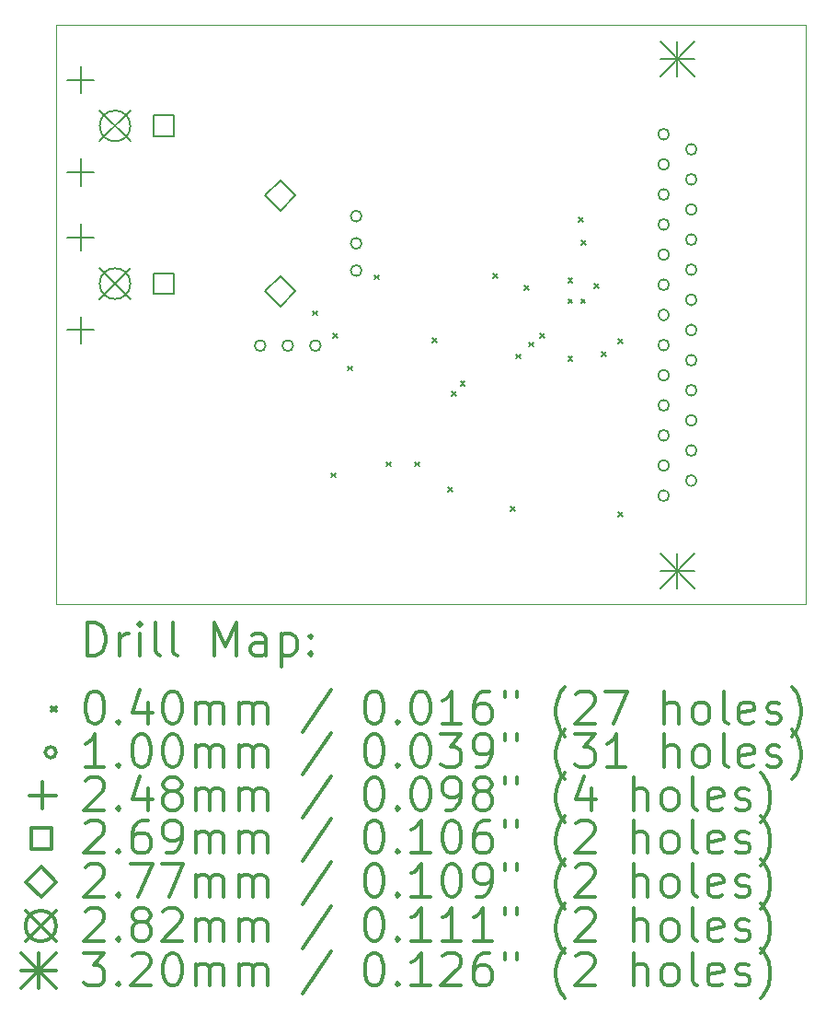
<source format=gbr>
%FSLAX45Y45*%
G04 Gerber Fmt 4.5, Leading zero omitted, Abs format (unit mm)*
G04 Created by KiCad (PCBNEW (5.1.6)-1) date 2022-10-11 10:20:56*
%MOMM*%
%LPD*%
G01*
G04 APERTURE LIST*
%TA.AperFunction,Profile*%
%ADD10C,0.050000*%
%TD*%
%ADD11C,0.200000*%
%ADD12C,0.300000*%
G04 APERTURE END LIST*
D10*
X22840000Y-5640000D02*
X15940000Y-5640000D01*
X15940000Y-10970000D02*
X15940000Y-5640000D01*
X22840000Y-10970000D02*
X15940000Y-10970000D01*
X22840000Y-5640000D02*
X22840000Y-10970000D01*
D11*
X18300000Y-8270000D02*
X18340000Y-8310000D01*
X18340000Y-8270000D02*
X18300000Y-8310000D01*
X18470000Y-9760000D02*
X18510000Y-9800000D01*
X18510000Y-9760000D02*
X18470000Y-9800000D01*
X18490000Y-8480000D02*
X18530000Y-8520000D01*
X18530000Y-8480000D02*
X18490000Y-8520000D01*
X18620000Y-8780000D02*
X18660000Y-8820000D01*
X18660000Y-8780000D02*
X18620000Y-8820000D01*
X18870000Y-7940000D02*
X18910000Y-7980000D01*
X18910000Y-7940000D02*
X18870000Y-7980000D01*
X18980000Y-9660000D02*
X19020000Y-9700000D01*
X19020000Y-9660000D02*
X18980000Y-9700000D01*
X19240000Y-9660000D02*
X19280000Y-9700000D01*
X19280000Y-9660000D02*
X19240000Y-9700000D01*
X19400000Y-8520000D02*
X19440000Y-8560000D01*
X19440000Y-8520000D02*
X19400000Y-8560000D01*
X19547485Y-9892515D02*
X19587485Y-9932515D01*
X19587485Y-9892515D02*
X19547485Y-9932515D01*
X19580000Y-9012499D02*
X19620000Y-9052499D01*
X19620000Y-9012499D02*
X19580000Y-9052499D01*
X19660000Y-8920000D02*
X19700000Y-8960000D01*
X19700000Y-8920000D02*
X19660000Y-8960000D01*
X19960000Y-7930000D02*
X20000000Y-7970000D01*
X20000000Y-7930000D02*
X19960000Y-7970000D01*
X20120000Y-10070000D02*
X20160000Y-10110000D01*
X20160000Y-10070000D02*
X20120000Y-10110000D01*
X20170000Y-8670000D02*
X20210000Y-8710000D01*
X20210000Y-8670000D02*
X20170000Y-8710000D01*
X20250000Y-8040000D02*
X20290000Y-8080000D01*
X20290000Y-8040000D02*
X20250000Y-8080000D01*
X20290000Y-8560000D02*
X20330000Y-8600000D01*
X20330000Y-8560000D02*
X20290000Y-8600000D01*
X20390000Y-8480000D02*
X20430000Y-8520000D01*
X20430000Y-8480000D02*
X20390000Y-8520000D01*
X20650000Y-7967500D02*
X20690000Y-8007500D01*
X20690000Y-7967500D02*
X20650000Y-8007500D01*
X20650000Y-8160000D02*
X20690000Y-8200000D01*
X20690000Y-8160000D02*
X20650000Y-8200000D01*
X20650000Y-8690000D02*
X20690000Y-8730000D01*
X20690000Y-8690000D02*
X20650000Y-8730000D01*
X20750000Y-7410000D02*
X20790000Y-7450000D01*
X20790000Y-7410000D02*
X20750000Y-7450000D01*
X20768735Y-8161265D02*
X20808735Y-8201265D01*
X20808735Y-8161265D02*
X20768735Y-8201265D01*
X20776265Y-7626265D02*
X20816265Y-7666265D01*
X20816265Y-7626265D02*
X20776265Y-7666265D01*
X20890000Y-8020000D02*
X20930000Y-8060000D01*
X20930000Y-8020000D02*
X20890000Y-8060000D01*
X20960000Y-8650000D02*
X21000000Y-8690000D01*
X21000000Y-8650000D02*
X20960000Y-8690000D01*
X21110000Y-8530000D02*
X21150000Y-8570000D01*
X21150000Y-8530000D02*
X21110000Y-8570000D01*
X21110000Y-10120000D02*
X21150000Y-10160000D01*
X21150000Y-10120000D02*
X21110000Y-10160000D01*
X18750000Y-7400000D02*
G75*
G03*
X18750000Y-7400000I-50000J0D01*
G01*
X18750000Y-7650000D02*
G75*
G03*
X18750000Y-7650000I-50000J0D01*
G01*
X18750000Y-7900000D02*
G75*
G03*
X18750000Y-7900000I-50000J0D01*
G01*
X17866000Y-8590000D02*
G75*
G03*
X17866000Y-8590000I-50000J0D01*
G01*
X18120000Y-8590000D02*
G75*
G03*
X18120000Y-8590000I-50000J0D01*
G01*
X18374000Y-8590000D02*
G75*
G03*
X18374000Y-8590000I-50000J0D01*
G01*
X21580000Y-6646000D02*
G75*
G03*
X21580000Y-6646000I-50000J0D01*
G01*
X21580000Y-6923000D02*
G75*
G03*
X21580000Y-6923000I-50000J0D01*
G01*
X21580000Y-7200000D02*
G75*
G03*
X21580000Y-7200000I-50000J0D01*
G01*
X21580000Y-7477000D02*
G75*
G03*
X21580000Y-7477000I-50000J0D01*
G01*
X21580000Y-7754000D02*
G75*
G03*
X21580000Y-7754000I-50000J0D01*
G01*
X21580000Y-8031000D02*
G75*
G03*
X21580000Y-8031000I-50000J0D01*
G01*
X21580000Y-8308000D02*
G75*
G03*
X21580000Y-8308000I-50000J0D01*
G01*
X21580000Y-8585000D02*
G75*
G03*
X21580000Y-8585000I-50000J0D01*
G01*
X21580000Y-8862000D02*
G75*
G03*
X21580000Y-8862000I-50000J0D01*
G01*
X21580000Y-9139000D02*
G75*
G03*
X21580000Y-9139000I-50000J0D01*
G01*
X21580000Y-9416000D02*
G75*
G03*
X21580000Y-9416000I-50000J0D01*
G01*
X21580000Y-9693000D02*
G75*
G03*
X21580000Y-9693000I-50000J0D01*
G01*
X21580000Y-9970000D02*
G75*
G03*
X21580000Y-9970000I-50000J0D01*
G01*
X21834000Y-6784500D02*
G75*
G03*
X21834000Y-6784500I-50000J0D01*
G01*
X21834000Y-7061500D02*
G75*
G03*
X21834000Y-7061500I-50000J0D01*
G01*
X21834000Y-7338500D02*
G75*
G03*
X21834000Y-7338500I-50000J0D01*
G01*
X21834000Y-7615500D02*
G75*
G03*
X21834000Y-7615500I-50000J0D01*
G01*
X21834000Y-7892500D02*
G75*
G03*
X21834000Y-7892500I-50000J0D01*
G01*
X21834000Y-8169500D02*
G75*
G03*
X21834000Y-8169500I-50000J0D01*
G01*
X21834000Y-8446500D02*
G75*
G03*
X21834000Y-8446500I-50000J0D01*
G01*
X21834000Y-8723500D02*
G75*
G03*
X21834000Y-8723500I-50000J0D01*
G01*
X21834000Y-9000500D02*
G75*
G03*
X21834000Y-9000500I-50000J0D01*
G01*
X21834000Y-9277500D02*
G75*
G03*
X21834000Y-9277500I-50000J0D01*
G01*
X21834000Y-9554500D02*
G75*
G03*
X21834000Y-9554500I-50000J0D01*
G01*
X21834000Y-9831500D02*
G75*
G03*
X21834000Y-9831500I-50000J0D01*
G01*
X16165000Y-6021000D02*
X16165000Y-6269000D01*
X16041000Y-6145000D02*
X16289000Y-6145000D01*
X16165000Y-6871000D02*
X16165000Y-7119000D01*
X16041000Y-6995000D02*
X16289000Y-6995000D01*
X16165000Y-7471000D02*
X16165000Y-7719000D01*
X16041000Y-7595000D02*
X16289000Y-7595000D01*
X16165000Y-8321000D02*
X16165000Y-8569000D01*
X16041000Y-8445000D02*
X16289000Y-8445000D01*
X17025107Y-6665107D02*
X17025107Y-6474893D01*
X16834893Y-6474893D01*
X16834893Y-6665107D01*
X17025107Y-6665107D01*
X17025107Y-8115107D02*
X17025107Y-7924893D01*
X16834893Y-7924893D01*
X16834893Y-8115107D01*
X17025107Y-8115107D01*
X18000000Y-7348295D02*
X18138295Y-7210000D01*
X18000000Y-7071705D01*
X17861705Y-7210000D01*
X18000000Y-7348295D01*
X18000000Y-8228295D02*
X18138295Y-8090000D01*
X18000000Y-7951705D01*
X17861705Y-8090000D01*
X18000000Y-8228295D01*
X16339000Y-6429000D02*
X16621000Y-6711000D01*
X16621000Y-6429000D02*
X16339000Y-6711000D01*
X16621000Y-6570000D02*
G75*
G03*
X16621000Y-6570000I-141000J0D01*
G01*
X16339000Y-7879000D02*
X16621000Y-8161000D01*
X16621000Y-7879000D02*
X16339000Y-8161000D01*
X16621000Y-8020000D02*
G75*
G03*
X16621000Y-8020000I-141000J0D01*
G01*
X21497000Y-5796000D02*
X21817000Y-6116000D01*
X21817000Y-5796000D02*
X21497000Y-6116000D01*
X21657000Y-5796000D02*
X21657000Y-6116000D01*
X21497000Y-5956000D02*
X21817000Y-5956000D01*
X21497000Y-10500000D02*
X21817000Y-10820000D01*
X21817000Y-10500000D02*
X21497000Y-10820000D01*
X21657000Y-10500000D02*
X21657000Y-10820000D01*
X21497000Y-10660000D02*
X21817000Y-10660000D01*
D12*
X16223928Y-11438214D02*
X16223928Y-11138214D01*
X16295357Y-11138214D01*
X16338214Y-11152500D01*
X16366786Y-11181072D01*
X16381071Y-11209643D01*
X16395357Y-11266786D01*
X16395357Y-11309643D01*
X16381071Y-11366786D01*
X16366786Y-11395357D01*
X16338214Y-11423929D01*
X16295357Y-11438214D01*
X16223928Y-11438214D01*
X16523928Y-11438214D02*
X16523928Y-11238214D01*
X16523928Y-11295357D02*
X16538214Y-11266786D01*
X16552500Y-11252500D01*
X16581071Y-11238214D01*
X16609643Y-11238214D01*
X16709643Y-11438214D02*
X16709643Y-11238214D01*
X16709643Y-11138214D02*
X16695357Y-11152500D01*
X16709643Y-11166786D01*
X16723928Y-11152500D01*
X16709643Y-11138214D01*
X16709643Y-11166786D01*
X16895357Y-11438214D02*
X16866786Y-11423929D01*
X16852500Y-11395357D01*
X16852500Y-11138214D01*
X17052500Y-11438214D02*
X17023928Y-11423929D01*
X17009643Y-11395357D01*
X17009643Y-11138214D01*
X17395357Y-11438214D02*
X17395357Y-11138214D01*
X17495357Y-11352500D01*
X17595357Y-11138214D01*
X17595357Y-11438214D01*
X17866786Y-11438214D02*
X17866786Y-11281071D01*
X17852500Y-11252500D01*
X17823928Y-11238214D01*
X17766786Y-11238214D01*
X17738214Y-11252500D01*
X17866786Y-11423929D02*
X17838214Y-11438214D01*
X17766786Y-11438214D01*
X17738214Y-11423929D01*
X17723928Y-11395357D01*
X17723928Y-11366786D01*
X17738214Y-11338214D01*
X17766786Y-11323929D01*
X17838214Y-11323929D01*
X17866786Y-11309643D01*
X18009643Y-11238214D02*
X18009643Y-11538214D01*
X18009643Y-11252500D02*
X18038214Y-11238214D01*
X18095357Y-11238214D01*
X18123928Y-11252500D01*
X18138214Y-11266786D01*
X18152500Y-11295357D01*
X18152500Y-11381071D01*
X18138214Y-11409643D01*
X18123928Y-11423929D01*
X18095357Y-11438214D01*
X18038214Y-11438214D01*
X18009643Y-11423929D01*
X18281071Y-11409643D02*
X18295357Y-11423929D01*
X18281071Y-11438214D01*
X18266786Y-11423929D01*
X18281071Y-11409643D01*
X18281071Y-11438214D01*
X18281071Y-11252500D02*
X18295357Y-11266786D01*
X18281071Y-11281071D01*
X18266786Y-11266786D01*
X18281071Y-11252500D01*
X18281071Y-11281071D01*
X15897500Y-11912500D02*
X15937500Y-11952500D01*
X15937500Y-11912500D02*
X15897500Y-11952500D01*
X16281071Y-11768214D02*
X16309643Y-11768214D01*
X16338214Y-11782500D01*
X16352500Y-11796786D01*
X16366786Y-11825357D01*
X16381071Y-11882500D01*
X16381071Y-11953929D01*
X16366786Y-12011071D01*
X16352500Y-12039643D01*
X16338214Y-12053929D01*
X16309643Y-12068214D01*
X16281071Y-12068214D01*
X16252500Y-12053929D01*
X16238214Y-12039643D01*
X16223928Y-12011071D01*
X16209643Y-11953929D01*
X16209643Y-11882500D01*
X16223928Y-11825357D01*
X16238214Y-11796786D01*
X16252500Y-11782500D01*
X16281071Y-11768214D01*
X16509643Y-12039643D02*
X16523928Y-12053929D01*
X16509643Y-12068214D01*
X16495357Y-12053929D01*
X16509643Y-12039643D01*
X16509643Y-12068214D01*
X16781071Y-11868214D02*
X16781071Y-12068214D01*
X16709643Y-11753929D02*
X16638214Y-11968214D01*
X16823928Y-11968214D01*
X16995357Y-11768214D02*
X17023928Y-11768214D01*
X17052500Y-11782500D01*
X17066786Y-11796786D01*
X17081071Y-11825357D01*
X17095357Y-11882500D01*
X17095357Y-11953929D01*
X17081071Y-12011071D01*
X17066786Y-12039643D01*
X17052500Y-12053929D01*
X17023928Y-12068214D01*
X16995357Y-12068214D01*
X16966786Y-12053929D01*
X16952500Y-12039643D01*
X16938214Y-12011071D01*
X16923928Y-11953929D01*
X16923928Y-11882500D01*
X16938214Y-11825357D01*
X16952500Y-11796786D01*
X16966786Y-11782500D01*
X16995357Y-11768214D01*
X17223928Y-12068214D02*
X17223928Y-11868214D01*
X17223928Y-11896786D02*
X17238214Y-11882500D01*
X17266786Y-11868214D01*
X17309643Y-11868214D01*
X17338214Y-11882500D01*
X17352500Y-11911071D01*
X17352500Y-12068214D01*
X17352500Y-11911071D02*
X17366786Y-11882500D01*
X17395357Y-11868214D01*
X17438214Y-11868214D01*
X17466786Y-11882500D01*
X17481071Y-11911071D01*
X17481071Y-12068214D01*
X17623928Y-12068214D02*
X17623928Y-11868214D01*
X17623928Y-11896786D02*
X17638214Y-11882500D01*
X17666786Y-11868214D01*
X17709643Y-11868214D01*
X17738214Y-11882500D01*
X17752500Y-11911071D01*
X17752500Y-12068214D01*
X17752500Y-11911071D02*
X17766786Y-11882500D01*
X17795357Y-11868214D01*
X17838214Y-11868214D01*
X17866786Y-11882500D01*
X17881071Y-11911071D01*
X17881071Y-12068214D01*
X18466786Y-11753929D02*
X18209643Y-12139643D01*
X18852500Y-11768214D02*
X18881071Y-11768214D01*
X18909643Y-11782500D01*
X18923928Y-11796786D01*
X18938214Y-11825357D01*
X18952500Y-11882500D01*
X18952500Y-11953929D01*
X18938214Y-12011071D01*
X18923928Y-12039643D01*
X18909643Y-12053929D01*
X18881071Y-12068214D01*
X18852500Y-12068214D01*
X18823928Y-12053929D01*
X18809643Y-12039643D01*
X18795357Y-12011071D01*
X18781071Y-11953929D01*
X18781071Y-11882500D01*
X18795357Y-11825357D01*
X18809643Y-11796786D01*
X18823928Y-11782500D01*
X18852500Y-11768214D01*
X19081071Y-12039643D02*
X19095357Y-12053929D01*
X19081071Y-12068214D01*
X19066786Y-12053929D01*
X19081071Y-12039643D01*
X19081071Y-12068214D01*
X19281071Y-11768214D02*
X19309643Y-11768214D01*
X19338214Y-11782500D01*
X19352500Y-11796786D01*
X19366786Y-11825357D01*
X19381071Y-11882500D01*
X19381071Y-11953929D01*
X19366786Y-12011071D01*
X19352500Y-12039643D01*
X19338214Y-12053929D01*
X19309643Y-12068214D01*
X19281071Y-12068214D01*
X19252500Y-12053929D01*
X19238214Y-12039643D01*
X19223928Y-12011071D01*
X19209643Y-11953929D01*
X19209643Y-11882500D01*
X19223928Y-11825357D01*
X19238214Y-11796786D01*
X19252500Y-11782500D01*
X19281071Y-11768214D01*
X19666786Y-12068214D02*
X19495357Y-12068214D01*
X19581071Y-12068214D02*
X19581071Y-11768214D01*
X19552500Y-11811071D01*
X19523928Y-11839643D01*
X19495357Y-11853929D01*
X19923928Y-11768214D02*
X19866786Y-11768214D01*
X19838214Y-11782500D01*
X19823928Y-11796786D01*
X19795357Y-11839643D01*
X19781071Y-11896786D01*
X19781071Y-12011071D01*
X19795357Y-12039643D01*
X19809643Y-12053929D01*
X19838214Y-12068214D01*
X19895357Y-12068214D01*
X19923928Y-12053929D01*
X19938214Y-12039643D01*
X19952500Y-12011071D01*
X19952500Y-11939643D01*
X19938214Y-11911071D01*
X19923928Y-11896786D01*
X19895357Y-11882500D01*
X19838214Y-11882500D01*
X19809643Y-11896786D01*
X19795357Y-11911071D01*
X19781071Y-11939643D01*
X20066786Y-11768214D02*
X20066786Y-11825357D01*
X20181071Y-11768214D02*
X20181071Y-11825357D01*
X20623928Y-12182500D02*
X20609643Y-12168214D01*
X20581071Y-12125357D01*
X20566786Y-12096786D01*
X20552500Y-12053929D01*
X20538214Y-11982500D01*
X20538214Y-11925357D01*
X20552500Y-11853929D01*
X20566786Y-11811071D01*
X20581071Y-11782500D01*
X20609643Y-11739643D01*
X20623928Y-11725357D01*
X20723928Y-11796786D02*
X20738214Y-11782500D01*
X20766786Y-11768214D01*
X20838214Y-11768214D01*
X20866786Y-11782500D01*
X20881071Y-11796786D01*
X20895357Y-11825357D01*
X20895357Y-11853929D01*
X20881071Y-11896786D01*
X20709643Y-12068214D01*
X20895357Y-12068214D01*
X20995357Y-11768214D02*
X21195357Y-11768214D01*
X21066786Y-12068214D01*
X21538214Y-12068214D02*
X21538214Y-11768214D01*
X21666786Y-12068214D02*
X21666786Y-11911071D01*
X21652500Y-11882500D01*
X21623928Y-11868214D01*
X21581071Y-11868214D01*
X21552500Y-11882500D01*
X21538214Y-11896786D01*
X21852500Y-12068214D02*
X21823928Y-12053929D01*
X21809643Y-12039643D01*
X21795357Y-12011071D01*
X21795357Y-11925357D01*
X21809643Y-11896786D01*
X21823928Y-11882500D01*
X21852500Y-11868214D01*
X21895357Y-11868214D01*
X21923928Y-11882500D01*
X21938214Y-11896786D01*
X21952500Y-11925357D01*
X21952500Y-12011071D01*
X21938214Y-12039643D01*
X21923928Y-12053929D01*
X21895357Y-12068214D01*
X21852500Y-12068214D01*
X22123928Y-12068214D02*
X22095357Y-12053929D01*
X22081071Y-12025357D01*
X22081071Y-11768214D01*
X22352500Y-12053929D02*
X22323928Y-12068214D01*
X22266786Y-12068214D01*
X22238214Y-12053929D01*
X22223928Y-12025357D01*
X22223928Y-11911071D01*
X22238214Y-11882500D01*
X22266786Y-11868214D01*
X22323928Y-11868214D01*
X22352500Y-11882500D01*
X22366786Y-11911071D01*
X22366786Y-11939643D01*
X22223928Y-11968214D01*
X22481071Y-12053929D02*
X22509643Y-12068214D01*
X22566786Y-12068214D01*
X22595357Y-12053929D01*
X22609643Y-12025357D01*
X22609643Y-12011071D01*
X22595357Y-11982500D01*
X22566786Y-11968214D01*
X22523928Y-11968214D01*
X22495357Y-11953929D01*
X22481071Y-11925357D01*
X22481071Y-11911071D01*
X22495357Y-11882500D01*
X22523928Y-11868214D01*
X22566786Y-11868214D01*
X22595357Y-11882500D01*
X22709643Y-12182500D02*
X22723928Y-12168214D01*
X22752500Y-12125357D01*
X22766786Y-12096786D01*
X22781071Y-12053929D01*
X22795357Y-11982500D01*
X22795357Y-11925357D01*
X22781071Y-11853929D01*
X22766786Y-11811071D01*
X22752500Y-11782500D01*
X22723928Y-11739643D01*
X22709643Y-11725357D01*
X15937500Y-12328500D02*
G75*
G03*
X15937500Y-12328500I-50000J0D01*
G01*
X16381071Y-12464214D02*
X16209643Y-12464214D01*
X16295357Y-12464214D02*
X16295357Y-12164214D01*
X16266786Y-12207071D01*
X16238214Y-12235643D01*
X16209643Y-12249929D01*
X16509643Y-12435643D02*
X16523928Y-12449929D01*
X16509643Y-12464214D01*
X16495357Y-12449929D01*
X16509643Y-12435643D01*
X16509643Y-12464214D01*
X16709643Y-12164214D02*
X16738214Y-12164214D01*
X16766786Y-12178500D01*
X16781071Y-12192786D01*
X16795357Y-12221357D01*
X16809643Y-12278500D01*
X16809643Y-12349929D01*
X16795357Y-12407071D01*
X16781071Y-12435643D01*
X16766786Y-12449929D01*
X16738214Y-12464214D01*
X16709643Y-12464214D01*
X16681071Y-12449929D01*
X16666786Y-12435643D01*
X16652500Y-12407071D01*
X16638214Y-12349929D01*
X16638214Y-12278500D01*
X16652500Y-12221357D01*
X16666786Y-12192786D01*
X16681071Y-12178500D01*
X16709643Y-12164214D01*
X16995357Y-12164214D02*
X17023928Y-12164214D01*
X17052500Y-12178500D01*
X17066786Y-12192786D01*
X17081071Y-12221357D01*
X17095357Y-12278500D01*
X17095357Y-12349929D01*
X17081071Y-12407071D01*
X17066786Y-12435643D01*
X17052500Y-12449929D01*
X17023928Y-12464214D01*
X16995357Y-12464214D01*
X16966786Y-12449929D01*
X16952500Y-12435643D01*
X16938214Y-12407071D01*
X16923928Y-12349929D01*
X16923928Y-12278500D01*
X16938214Y-12221357D01*
X16952500Y-12192786D01*
X16966786Y-12178500D01*
X16995357Y-12164214D01*
X17223928Y-12464214D02*
X17223928Y-12264214D01*
X17223928Y-12292786D02*
X17238214Y-12278500D01*
X17266786Y-12264214D01*
X17309643Y-12264214D01*
X17338214Y-12278500D01*
X17352500Y-12307071D01*
X17352500Y-12464214D01*
X17352500Y-12307071D02*
X17366786Y-12278500D01*
X17395357Y-12264214D01*
X17438214Y-12264214D01*
X17466786Y-12278500D01*
X17481071Y-12307071D01*
X17481071Y-12464214D01*
X17623928Y-12464214D02*
X17623928Y-12264214D01*
X17623928Y-12292786D02*
X17638214Y-12278500D01*
X17666786Y-12264214D01*
X17709643Y-12264214D01*
X17738214Y-12278500D01*
X17752500Y-12307071D01*
X17752500Y-12464214D01*
X17752500Y-12307071D02*
X17766786Y-12278500D01*
X17795357Y-12264214D01*
X17838214Y-12264214D01*
X17866786Y-12278500D01*
X17881071Y-12307071D01*
X17881071Y-12464214D01*
X18466786Y-12149929D02*
X18209643Y-12535643D01*
X18852500Y-12164214D02*
X18881071Y-12164214D01*
X18909643Y-12178500D01*
X18923928Y-12192786D01*
X18938214Y-12221357D01*
X18952500Y-12278500D01*
X18952500Y-12349929D01*
X18938214Y-12407071D01*
X18923928Y-12435643D01*
X18909643Y-12449929D01*
X18881071Y-12464214D01*
X18852500Y-12464214D01*
X18823928Y-12449929D01*
X18809643Y-12435643D01*
X18795357Y-12407071D01*
X18781071Y-12349929D01*
X18781071Y-12278500D01*
X18795357Y-12221357D01*
X18809643Y-12192786D01*
X18823928Y-12178500D01*
X18852500Y-12164214D01*
X19081071Y-12435643D02*
X19095357Y-12449929D01*
X19081071Y-12464214D01*
X19066786Y-12449929D01*
X19081071Y-12435643D01*
X19081071Y-12464214D01*
X19281071Y-12164214D02*
X19309643Y-12164214D01*
X19338214Y-12178500D01*
X19352500Y-12192786D01*
X19366786Y-12221357D01*
X19381071Y-12278500D01*
X19381071Y-12349929D01*
X19366786Y-12407071D01*
X19352500Y-12435643D01*
X19338214Y-12449929D01*
X19309643Y-12464214D01*
X19281071Y-12464214D01*
X19252500Y-12449929D01*
X19238214Y-12435643D01*
X19223928Y-12407071D01*
X19209643Y-12349929D01*
X19209643Y-12278500D01*
X19223928Y-12221357D01*
X19238214Y-12192786D01*
X19252500Y-12178500D01*
X19281071Y-12164214D01*
X19481071Y-12164214D02*
X19666786Y-12164214D01*
X19566786Y-12278500D01*
X19609643Y-12278500D01*
X19638214Y-12292786D01*
X19652500Y-12307071D01*
X19666786Y-12335643D01*
X19666786Y-12407071D01*
X19652500Y-12435643D01*
X19638214Y-12449929D01*
X19609643Y-12464214D01*
X19523928Y-12464214D01*
X19495357Y-12449929D01*
X19481071Y-12435643D01*
X19809643Y-12464214D02*
X19866786Y-12464214D01*
X19895357Y-12449929D01*
X19909643Y-12435643D01*
X19938214Y-12392786D01*
X19952500Y-12335643D01*
X19952500Y-12221357D01*
X19938214Y-12192786D01*
X19923928Y-12178500D01*
X19895357Y-12164214D01*
X19838214Y-12164214D01*
X19809643Y-12178500D01*
X19795357Y-12192786D01*
X19781071Y-12221357D01*
X19781071Y-12292786D01*
X19795357Y-12321357D01*
X19809643Y-12335643D01*
X19838214Y-12349929D01*
X19895357Y-12349929D01*
X19923928Y-12335643D01*
X19938214Y-12321357D01*
X19952500Y-12292786D01*
X20066786Y-12164214D02*
X20066786Y-12221357D01*
X20181071Y-12164214D02*
X20181071Y-12221357D01*
X20623928Y-12578500D02*
X20609643Y-12564214D01*
X20581071Y-12521357D01*
X20566786Y-12492786D01*
X20552500Y-12449929D01*
X20538214Y-12378500D01*
X20538214Y-12321357D01*
X20552500Y-12249929D01*
X20566786Y-12207071D01*
X20581071Y-12178500D01*
X20609643Y-12135643D01*
X20623928Y-12121357D01*
X20709643Y-12164214D02*
X20895357Y-12164214D01*
X20795357Y-12278500D01*
X20838214Y-12278500D01*
X20866786Y-12292786D01*
X20881071Y-12307071D01*
X20895357Y-12335643D01*
X20895357Y-12407071D01*
X20881071Y-12435643D01*
X20866786Y-12449929D01*
X20838214Y-12464214D01*
X20752500Y-12464214D01*
X20723928Y-12449929D01*
X20709643Y-12435643D01*
X21181071Y-12464214D02*
X21009643Y-12464214D01*
X21095357Y-12464214D02*
X21095357Y-12164214D01*
X21066786Y-12207071D01*
X21038214Y-12235643D01*
X21009643Y-12249929D01*
X21538214Y-12464214D02*
X21538214Y-12164214D01*
X21666786Y-12464214D02*
X21666786Y-12307071D01*
X21652500Y-12278500D01*
X21623928Y-12264214D01*
X21581071Y-12264214D01*
X21552500Y-12278500D01*
X21538214Y-12292786D01*
X21852500Y-12464214D02*
X21823928Y-12449929D01*
X21809643Y-12435643D01*
X21795357Y-12407071D01*
X21795357Y-12321357D01*
X21809643Y-12292786D01*
X21823928Y-12278500D01*
X21852500Y-12264214D01*
X21895357Y-12264214D01*
X21923928Y-12278500D01*
X21938214Y-12292786D01*
X21952500Y-12321357D01*
X21952500Y-12407071D01*
X21938214Y-12435643D01*
X21923928Y-12449929D01*
X21895357Y-12464214D01*
X21852500Y-12464214D01*
X22123928Y-12464214D02*
X22095357Y-12449929D01*
X22081071Y-12421357D01*
X22081071Y-12164214D01*
X22352500Y-12449929D02*
X22323928Y-12464214D01*
X22266786Y-12464214D01*
X22238214Y-12449929D01*
X22223928Y-12421357D01*
X22223928Y-12307071D01*
X22238214Y-12278500D01*
X22266786Y-12264214D01*
X22323928Y-12264214D01*
X22352500Y-12278500D01*
X22366786Y-12307071D01*
X22366786Y-12335643D01*
X22223928Y-12364214D01*
X22481071Y-12449929D02*
X22509643Y-12464214D01*
X22566786Y-12464214D01*
X22595357Y-12449929D01*
X22609643Y-12421357D01*
X22609643Y-12407071D01*
X22595357Y-12378500D01*
X22566786Y-12364214D01*
X22523928Y-12364214D01*
X22495357Y-12349929D01*
X22481071Y-12321357D01*
X22481071Y-12307071D01*
X22495357Y-12278500D01*
X22523928Y-12264214D01*
X22566786Y-12264214D01*
X22595357Y-12278500D01*
X22709643Y-12578500D02*
X22723928Y-12564214D01*
X22752500Y-12521357D01*
X22766786Y-12492786D01*
X22781071Y-12449929D01*
X22795357Y-12378500D01*
X22795357Y-12321357D01*
X22781071Y-12249929D01*
X22766786Y-12207071D01*
X22752500Y-12178500D01*
X22723928Y-12135643D01*
X22709643Y-12121357D01*
X15813500Y-12600500D02*
X15813500Y-12848500D01*
X15689500Y-12724500D02*
X15937500Y-12724500D01*
X16209643Y-12588786D02*
X16223928Y-12574500D01*
X16252500Y-12560214D01*
X16323928Y-12560214D01*
X16352500Y-12574500D01*
X16366786Y-12588786D01*
X16381071Y-12617357D01*
X16381071Y-12645929D01*
X16366786Y-12688786D01*
X16195357Y-12860214D01*
X16381071Y-12860214D01*
X16509643Y-12831643D02*
X16523928Y-12845929D01*
X16509643Y-12860214D01*
X16495357Y-12845929D01*
X16509643Y-12831643D01*
X16509643Y-12860214D01*
X16781071Y-12660214D02*
X16781071Y-12860214D01*
X16709643Y-12545929D02*
X16638214Y-12760214D01*
X16823928Y-12760214D01*
X16981071Y-12688786D02*
X16952500Y-12674500D01*
X16938214Y-12660214D01*
X16923928Y-12631643D01*
X16923928Y-12617357D01*
X16938214Y-12588786D01*
X16952500Y-12574500D01*
X16981071Y-12560214D01*
X17038214Y-12560214D01*
X17066786Y-12574500D01*
X17081071Y-12588786D01*
X17095357Y-12617357D01*
X17095357Y-12631643D01*
X17081071Y-12660214D01*
X17066786Y-12674500D01*
X17038214Y-12688786D01*
X16981071Y-12688786D01*
X16952500Y-12703071D01*
X16938214Y-12717357D01*
X16923928Y-12745929D01*
X16923928Y-12803071D01*
X16938214Y-12831643D01*
X16952500Y-12845929D01*
X16981071Y-12860214D01*
X17038214Y-12860214D01*
X17066786Y-12845929D01*
X17081071Y-12831643D01*
X17095357Y-12803071D01*
X17095357Y-12745929D01*
X17081071Y-12717357D01*
X17066786Y-12703071D01*
X17038214Y-12688786D01*
X17223928Y-12860214D02*
X17223928Y-12660214D01*
X17223928Y-12688786D02*
X17238214Y-12674500D01*
X17266786Y-12660214D01*
X17309643Y-12660214D01*
X17338214Y-12674500D01*
X17352500Y-12703071D01*
X17352500Y-12860214D01*
X17352500Y-12703071D02*
X17366786Y-12674500D01*
X17395357Y-12660214D01*
X17438214Y-12660214D01*
X17466786Y-12674500D01*
X17481071Y-12703071D01*
X17481071Y-12860214D01*
X17623928Y-12860214D02*
X17623928Y-12660214D01*
X17623928Y-12688786D02*
X17638214Y-12674500D01*
X17666786Y-12660214D01*
X17709643Y-12660214D01*
X17738214Y-12674500D01*
X17752500Y-12703071D01*
X17752500Y-12860214D01*
X17752500Y-12703071D02*
X17766786Y-12674500D01*
X17795357Y-12660214D01*
X17838214Y-12660214D01*
X17866786Y-12674500D01*
X17881071Y-12703071D01*
X17881071Y-12860214D01*
X18466786Y-12545929D02*
X18209643Y-12931643D01*
X18852500Y-12560214D02*
X18881071Y-12560214D01*
X18909643Y-12574500D01*
X18923928Y-12588786D01*
X18938214Y-12617357D01*
X18952500Y-12674500D01*
X18952500Y-12745929D01*
X18938214Y-12803071D01*
X18923928Y-12831643D01*
X18909643Y-12845929D01*
X18881071Y-12860214D01*
X18852500Y-12860214D01*
X18823928Y-12845929D01*
X18809643Y-12831643D01*
X18795357Y-12803071D01*
X18781071Y-12745929D01*
X18781071Y-12674500D01*
X18795357Y-12617357D01*
X18809643Y-12588786D01*
X18823928Y-12574500D01*
X18852500Y-12560214D01*
X19081071Y-12831643D02*
X19095357Y-12845929D01*
X19081071Y-12860214D01*
X19066786Y-12845929D01*
X19081071Y-12831643D01*
X19081071Y-12860214D01*
X19281071Y-12560214D02*
X19309643Y-12560214D01*
X19338214Y-12574500D01*
X19352500Y-12588786D01*
X19366786Y-12617357D01*
X19381071Y-12674500D01*
X19381071Y-12745929D01*
X19366786Y-12803071D01*
X19352500Y-12831643D01*
X19338214Y-12845929D01*
X19309643Y-12860214D01*
X19281071Y-12860214D01*
X19252500Y-12845929D01*
X19238214Y-12831643D01*
X19223928Y-12803071D01*
X19209643Y-12745929D01*
X19209643Y-12674500D01*
X19223928Y-12617357D01*
X19238214Y-12588786D01*
X19252500Y-12574500D01*
X19281071Y-12560214D01*
X19523928Y-12860214D02*
X19581071Y-12860214D01*
X19609643Y-12845929D01*
X19623928Y-12831643D01*
X19652500Y-12788786D01*
X19666786Y-12731643D01*
X19666786Y-12617357D01*
X19652500Y-12588786D01*
X19638214Y-12574500D01*
X19609643Y-12560214D01*
X19552500Y-12560214D01*
X19523928Y-12574500D01*
X19509643Y-12588786D01*
X19495357Y-12617357D01*
X19495357Y-12688786D01*
X19509643Y-12717357D01*
X19523928Y-12731643D01*
X19552500Y-12745929D01*
X19609643Y-12745929D01*
X19638214Y-12731643D01*
X19652500Y-12717357D01*
X19666786Y-12688786D01*
X19838214Y-12688786D02*
X19809643Y-12674500D01*
X19795357Y-12660214D01*
X19781071Y-12631643D01*
X19781071Y-12617357D01*
X19795357Y-12588786D01*
X19809643Y-12574500D01*
X19838214Y-12560214D01*
X19895357Y-12560214D01*
X19923928Y-12574500D01*
X19938214Y-12588786D01*
X19952500Y-12617357D01*
X19952500Y-12631643D01*
X19938214Y-12660214D01*
X19923928Y-12674500D01*
X19895357Y-12688786D01*
X19838214Y-12688786D01*
X19809643Y-12703071D01*
X19795357Y-12717357D01*
X19781071Y-12745929D01*
X19781071Y-12803071D01*
X19795357Y-12831643D01*
X19809643Y-12845929D01*
X19838214Y-12860214D01*
X19895357Y-12860214D01*
X19923928Y-12845929D01*
X19938214Y-12831643D01*
X19952500Y-12803071D01*
X19952500Y-12745929D01*
X19938214Y-12717357D01*
X19923928Y-12703071D01*
X19895357Y-12688786D01*
X20066786Y-12560214D02*
X20066786Y-12617357D01*
X20181071Y-12560214D02*
X20181071Y-12617357D01*
X20623928Y-12974500D02*
X20609643Y-12960214D01*
X20581071Y-12917357D01*
X20566786Y-12888786D01*
X20552500Y-12845929D01*
X20538214Y-12774500D01*
X20538214Y-12717357D01*
X20552500Y-12645929D01*
X20566786Y-12603071D01*
X20581071Y-12574500D01*
X20609643Y-12531643D01*
X20623928Y-12517357D01*
X20866786Y-12660214D02*
X20866786Y-12860214D01*
X20795357Y-12545929D02*
X20723928Y-12760214D01*
X20909643Y-12760214D01*
X21252500Y-12860214D02*
X21252500Y-12560214D01*
X21381071Y-12860214D02*
X21381071Y-12703071D01*
X21366786Y-12674500D01*
X21338214Y-12660214D01*
X21295357Y-12660214D01*
X21266786Y-12674500D01*
X21252500Y-12688786D01*
X21566786Y-12860214D02*
X21538214Y-12845929D01*
X21523928Y-12831643D01*
X21509643Y-12803071D01*
X21509643Y-12717357D01*
X21523928Y-12688786D01*
X21538214Y-12674500D01*
X21566786Y-12660214D01*
X21609643Y-12660214D01*
X21638214Y-12674500D01*
X21652500Y-12688786D01*
X21666786Y-12717357D01*
X21666786Y-12803071D01*
X21652500Y-12831643D01*
X21638214Y-12845929D01*
X21609643Y-12860214D01*
X21566786Y-12860214D01*
X21838214Y-12860214D02*
X21809643Y-12845929D01*
X21795357Y-12817357D01*
X21795357Y-12560214D01*
X22066786Y-12845929D02*
X22038214Y-12860214D01*
X21981071Y-12860214D01*
X21952500Y-12845929D01*
X21938214Y-12817357D01*
X21938214Y-12703071D01*
X21952500Y-12674500D01*
X21981071Y-12660214D01*
X22038214Y-12660214D01*
X22066786Y-12674500D01*
X22081071Y-12703071D01*
X22081071Y-12731643D01*
X21938214Y-12760214D01*
X22195357Y-12845929D02*
X22223928Y-12860214D01*
X22281071Y-12860214D01*
X22309643Y-12845929D01*
X22323928Y-12817357D01*
X22323928Y-12803071D01*
X22309643Y-12774500D01*
X22281071Y-12760214D01*
X22238214Y-12760214D01*
X22209643Y-12745929D01*
X22195357Y-12717357D01*
X22195357Y-12703071D01*
X22209643Y-12674500D01*
X22238214Y-12660214D01*
X22281071Y-12660214D01*
X22309643Y-12674500D01*
X22423928Y-12974500D02*
X22438214Y-12960214D01*
X22466786Y-12917357D01*
X22481071Y-12888786D01*
X22495357Y-12845929D01*
X22509643Y-12774500D01*
X22509643Y-12717357D01*
X22495357Y-12645929D01*
X22481071Y-12603071D01*
X22466786Y-12574500D01*
X22438214Y-12531643D01*
X22423928Y-12517357D01*
X15898107Y-13215607D02*
X15898107Y-13025393D01*
X15707893Y-13025393D01*
X15707893Y-13215607D01*
X15898107Y-13215607D01*
X16209643Y-12984786D02*
X16223928Y-12970500D01*
X16252500Y-12956214D01*
X16323928Y-12956214D01*
X16352500Y-12970500D01*
X16366786Y-12984786D01*
X16381071Y-13013357D01*
X16381071Y-13041929D01*
X16366786Y-13084786D01*
X16195357Y-13256214D01*
X16381071Y-13256214D01*
X16509643Y-13227643D02*
X16523928Y-13241929D01*
X16509643Y-13256214D01*
X16495357Y-13241929D01*
X16509643Y-13227643D01*
X16509643Y-13256214D01*
X16781071Y-12956214D02*
X16723928Y-12956214D01*
X16695357Y-12970500D01*
X16681071Y-12984786D01*
X16652500Y-13027643D01*
X16638214Y-13084786D01*
X16638214Y-13199071D01*
X16652500Y-13227643D01*
X16666786Y-13241929D01*
X16695357Y-13256214D01*
X16752500Y-13256214D01*
X16781071Y-13241929D01*
X16795357Y-13227643D01*
X16809643Y-13199071D01*
X16809643Y-13127643D01*
X16795357Y-13099071D01*
X16781071Y-13084786D01*
X16752500Y-13070500D01*
X16695357Y-13070500D01*
X16666786Y-13084786D01*
X16652500Y-13099071D01*
X16638214Y-13127643D01*
X16952500Y-13256214D02*
X17009643Y-13256214D01*
X17038214Y-13241929D01*
X17052500Y-13227643D01*
X17081071Y-13184786D01*
X17095357Y-13127643D01*
X17095357Y-13013357D01*
X17081071Y-12984786D01*
X17066786Y-12970500D01*
X17038214Y-12956214D01*
X16981071Y-12956214D01*
X16952500Y-12970500D01*
X16938214Y-12984786D01*
X16923928Y-13013357D01*
X16923928Y-13084786D01*
X16938214Y-13113357D01*
X16952500Y-13127643D01*
X16981071Y-13141929D01*
X17038214Y-13141929D01*
X17066786Y-13127643D01*
X17081071Y-13113357D01*
X17095357Y-13084786D01*
X17223928Y-13256214D02*
X17223928Y-13056214D01*
X17223928Y-13084786D02*
X17238214Y-13070500D01*
X17266786Y-13056214D01*
X17309643Y-13056214D01*
X17338214Y-13070500D01*
X17352500Y-13099071D01*
X17352500Y-13256214D01*
X17352500Y-13099071D02*
X17366786Y-13070500D01*
X17395357Y-13056214D01*
X17438214Y-13056214D01*
X17466786Y-13070500D01*
X17481071Y-13099071D01*
X17481071Y-13256214D01*
X17623928Y-13256214D02*
X17623928Y-13056214D01*
X17623928Y-13084786D02*
X17638214Y-13070500D01*
X17666786Y-13056214D01*
X17709643Y-13056214D01*
X17738214Y-13070500D01*
X17752500Y-13099071D01*
X17752500Y-13256214D01*
X17752500Y-13099071D02*
X17766786Y-13070500D01*
X17795357Y-13056214D01*
X17838214Y-13056214D01*
X17866786Y-13070500D01*
X17881071Y-13099071D01*
X17881071Y-13256214D01*
X18466786Y-12941929D02*
X18209643Y-13327643D01*
X18852500Y-12956214D02*
X18881071Y-12956214D01*
X18909643Y-12970500D01*
X18923928Y-12984786D01*
X18938214Y-13013357D01*
X18952500Y-13070500D01*
X18952500Y-13141929D01*
X18938214Y-13199071D01*
X18923928Y-13227643D01*
X18909643Y-13241929D01*
X18881071Y-13256214D01*
X18852500Y-13256214D01*
X18823928Y-13241929D01*
X18809643Y-13227643D01*
X18795357Y-13199071D01*
X18781071Y-13141929D01*
X18781071Y-13070500D01*
X18795357Y-13013357D01*
X18809643Y-12984786D01*
X18823928Y-12970500D01*
X18852500Y-12956214D01*
X19081071Y-13227643D02*
X19095357Y-13241929D01*
X19081071Y-13256214D01*
X19066786Y-13241929D01*
X19081071Y-13227643D01*
X19081071Y-13256214D01*
X19381071Y-13256214D02*
X19209643Y-13256214D01*
X19295357Y-13256214D02*
X19295357Y-12956214D01*
X19266786Y-12999071D01*
X19238214Y-13027643D01*
X19209643Y-13041929D01*
X19566786Y-12956214D02*
X19595357Y-12956214D01*
X19623928Y-12970500D01*
X19638214Y-12984786D01*
X19652500Y-13013357D01*
X19666786Y-13070500D01*
X19666786Y-13141929D01*
X19652500Y-13199071D01*
X19638214Y-13227643D01*
X19623928Y-13241929D01*
X19595357Y-13256214D01*
X19566786Y-13256214D01*
X19538214Y-13241929D01*
X19523928Y-13227643D01*
X19509643Y-13199071D01*
X19495357Y-13141929D01*
X19495357Y-13070500D01*
X19509643Y-13013357D01*
X19523928Y-12984786D01*
X19538214Y-12970500D01*
X19566786Y-12956214D01*
X19923928Y-12956214D02*
X19866786Y-12956214D01*
X19838214Y-12970500D01*
X19823928Y-12984786D01*
X19795357Y-13027643D01*
X19781071Y-13084786D01*
X19781071Y-13199071D01*
X19795357Y-13227643D01*
X19809643Y-13241929D01*
X19838214Y-13256214D01*
X19895357Y-13256214D01*
X19923928Y-13241929D01*
X19938214Y-13227643D01*
X19952500Y-13199071D01*
X19952500Y-13127643D01*
X19938214Y-13099071D01*
X19923928Y-13084786D01*
X19895357Y-13070500D01*
X19838214Y-13070500D01*
X19809643Y-13084786D01*
X19795357Y-13099071D01*
X19781071Y-13127643D01*
X20066786Y-12956214D02*
X20066786Y-13013357D01*
X20181071Y-12956214D02*
X20181071Y-13013357D01*
X20623928Y-13370500D02*
X20609643Y-13356214D01*
X20581071Y-13313357D01*
X20566786Y-13284786D01*
X20552500Y-13241929D01*
X20538214Y-13170500D01*
X20538214Y-13113357D01*
X20552500Y-13041929D01*
X20566786Y-12999071D01*
X20581071Y-12970500D01*
X20609643Y-12927643D01*
X20623928Y-12913357D01*
X20723928Y-12984786D02*
X20738214Y-12970500D01*
X20766786Y-12956214D01*
X20838214Y-12956214D01*
X20866786Y-12970500D01*
X20881071Y-12984786D01*
X20895357Y-13013357D01*
X20895357Y-13041929D01*
X20881071Y-13084786D01*
X20709643Y-13256214D01*
X20895357Y-13256214D01*
X21252500Y-13256214D02*
X21252500Y-12956214D01*
X21381071Y-13256214D02*
X21381071Y-13099071D01*
X21366786Y-13070500D01*
X21338214Y-13056214D01*
X21295357Y-13056214D01*
X21266786Y-13070500D01*
X21252500Y-13084786D01*
X21566786Y-13256214D02*
X21538214Y-13241929D01*
X21523928Y-13227643D01*
X21509643Y-13199071D01*
X21509643Y-13113357D01*
X21523928Y-13084786D01*
X21538214Y-13070500D01*
X21566786Y-13056214D01*
X21609643Y-13056214D01*
X21638214Y-13070500D01*
X21652500Y-13084786D01*
X21666786Y-13113357D01*
X21666786Y-13199071D01*
X21652500Y-13227643D01*
X21638214Y-13241929D01*
X21609643Y-13256214D01*
X21566786Y-13256214D01*
X21838214Y-13256214D02*
X21809643Y-13241929D01*
X21795357Y-13213357D01*
X21795357Y-12956214D01*
X22066786Y-13241929D02*
X22038214Y-13256214D01*
X21981071Y-13256214D01*
X21952500Y-13241929D01*
X21938214Y-13213357D01*
X21938214Y-13099071D01*
X21952500Y-13070500D01*
X21981071Y-13056214D01*
X22038214Y-13056214D01*
X22066786Y-13070500D01*
X22081071Y-13099071D01*
X22081071Y-13127643D01*
X21938214Y-13156214D01*
X22195357Y-13241929D02*
X22223928Y-13256214D01*
X22281071Y-13256214D01*
X22309643Y-13241929D01*
X22323928Y-13213357D01*
X22323928Y-13199071D01*
X22309643Y-13170500D01*
X22281071Y-13156214D01*
X22238214Y-13156214D01*
X22209643Y-13141929D01*
X22195357Y-13113357D01*
X22195357Y-13099071D01*
X22209643Y-13070500D01*
X22238214Y-13056214D01*
X22281071Y-13056214D01*
X22309643Y-13070500D01*
X22423928Y-13370500D02*
X22438214Y-13356214D01*
X22466786Y-13313357D01*
X22481071Y-13284786D01*
X22495357Y-13241929D01*
X22509643Y-13170500D01*
X22509643Y-13113357D01*
X22495357Y-13041929D01*
X22481071Y-12999071D01*
X22466786Y-12970500D01*
X22438214Y-12927643D01*
X22423928Y-12913357D01*
X15799205Y-13657795D02*
X15937500Y-13519500D01*
X15799205Y-13381205D01*
X15660910Y-13519500D01*
X15799205Y-13657795D01*
X16209643Y-13383786D02*
X16223928Y-13369500D01*
X16252500Y-13355214D01*
X16323928Y-13355214D01*
X16352500Y-13369500D01*
X16366786Y-13383786D01*
X16381071Y-13412357D01*
X16381071Y-13440929D01*
X16366786Y-13483786D01*
X16195357Y-13655214D01*
X16381071Y-13655214D01*
X16509643Y-13626643D02*
X16523928Y-13640929D01*
X16509643Y-13655214D01*
X16495357Y-13640929D01*
X16509643Y-13626643D01*
X16509643Y-13655214D01*
X16623928Y-13355214D02*
X16823928Y-13355214D01*
X16695357Y-13655214D01*
X16909643Y-13355214D02*
X17109643Y-13355214D01*
X16981071Y-13655214D01*
X17223928Y-13655214D02*
X17223928Y-13455214D01*
X17223928Y-13483786D02*
X17238214Y-13469500D01*
X17266786Y-13455214D01*
X17309643Y-13455214D01*
X17338214Y-13469500D01*
X17352500Y-13498071D01*
X17352500Y-13655214D01*
X17352500Y-13498071D02*
X17366786Y-13469500D01*
X17395357Y-13455214D01*
X17438214Y-13455214D01*
X17466786Y-13469500D01*
X17481071Y-13498071D01*
X17481071Y-13655214D01*
X17623928Y-13655214D02*
X17623928Y-13455214D01*
X17623928Y-13483786D02*
X17638214Y-13469500D01*
X17666786Y-13455214D01*
X17709643Y-13455214D01*
X17738214Y-13469500D01*
X17752500Y-13498071D01*
X17752500Y-13655214D01*
X17752500Y-13498071D02*
X17766786Y-13469500D01*
X17795357Y-13455214D01*
X17838214Y-13455214D01*
X17866786Y-13469500D01*
X17881071Y-13498071D01*
X17881071Y-13655214D01*
X18466786Y-13340929D02*
X18209643Y-13726643D01*
X18852500Y-13355214D02*
X18881071Y-13355214D01*
X18909643Y-13369500D01*
X18923928Y-13383786D01*
X18938214Y-13412357D01*
X18952500Y-13469500D01*
X18952500Y-13540929D01*
X18938214Y-13598071D01*
X18923928Y-13626643D01*
X18909643Y-13640929D01*
X18881071Y-13655214D01*
X18852500Y-13655214D01*
X18823928Y-13640929D01*
X18809643Y-13626643D01*
X18795357Y-13598071D01*
X18781071Y-13540929D01*
X18781071Y-13469500D01*
X18795357Y-13412357D01*
X18809643Y-13383786D01*
X18823928Y-13369500D01*
X18852500Y-13355214D01*
X19081071Y-13626643D02*
X19095357Y-13640929D01*
X19081071Y-13655214D01*
X19066786Y-13640929D01*
X19081071Y-13626643D01*
X19081071Y-13655214D01*
X19381071Y-13655214D02*
X19209643Y-13655214D01*
X19295357Y-13655214D02*
X19295357Y-13355214D01*
X19266786Y-13398071D01*
X19238214Y-13426643D01*
X19209643Y-13440929D01*
X19566786Y-13355214D02*
X19595357Y-13355214D01*
X19623928Y-13369500D01*
X19638214Y-13383786D01*
X19652500Y-13412357D01*
X19666786Y-13469500D01*
X19666786Y-13540929D01*
X19652500Y-13598071D01*
X19638214Y-13626643D01*
X19623928Y-13640929D01*
X19595357Y-13655214D01*
X19566786Y-13655214D01*
X19538214Y-13640929D01*
X19523928Y-13626643D01*
X19509643Y-13598071D01*
X19495357Y-13540929D01*
X19495357Y-13469500D01*
X19509643Y-13412357D01*
X19523928Y-13383786D01*
X19538214Y-13369500D01*
X19566786Y-13355214D01*
X19809643Y-13655214D02*
X19866786Y-13655214D01*
X19895357Y-13640929D01*
X19909643Y-13626643D01*
X19938214Y-13583786D01*
X19952500Y-13526643D01*
X19952500Y-13412357D01*
X19938214Y-13383786D01*
X19923928Y-13369500D01*
X19895357Y-13355214D01*
X19838214Y-13355214D01*
X19809643Y-13369500D01*
X19795357Y-13383786D01*
X19781071Y-13412357D01*
X19781071Y-13483786D01*
X19795357Y-13512357D01*
X19809643Y-13526643D01*
X19838214Y-13540929D01*
X19895357Y-13540929D01*
X19923928Y-13526643D01*
X19938214Y-13512357D01*
X19952500Y-13483786D01*
X20066786Y-13355214D02*
X20066786Y-13412357D01*
X20181071Y-13355214D02*
X20181071Y-13412357D01*
X20623928Y-13769500D02*
X20609643Y-13755214D01*
X20581071Y-13712357D01*
X20566786Y-13683786D01*
X20552500Y-13640929D01*
X20538214Y-13569500D01*
X20538214Y-13512357D01*
X20552500Y-13440929D01*
X20566786Y-13398071D01*
X20581071Y-13369500D01*
X20609643Y-13326643D01*
X20623928Y-13312357D01*
X20723928Y-13383786D02*
X20738214Y-13369500D01*
X20766786Y-13355214D01*
X20838214Y-13355214D01*
X20866786Y-13369500D01*
X20881071Y-13383786D01*
X20895357Y-13412357D01*
X20895357Y-13440929D01*
X20881071Y-13483786D01*
X20709643Y-13655214D01*
X20895357Y-13655214D01*
X21252500Y-13655214D02*
X21252500Y-13355214D01*
X21381071Y-13655214D02*
X21381071Y-13498071D01*
X21366786Y-13469500D01*
X21338214Y-13455214D01*
X21295357Y-13455214D01*
X21266786Y-13469500D01*
X21252500Y-13483786D01*
X21566786Y-13655214D02*
X21538214Y-13640929D01*
X21523928Y-13626643D01*
X21509643Y-13598071D01*
X21509643Y-13512357D01*
X21523928Y-13483786D01*
X21538214Y-13469500D01*
X21566786Y-13455214D01*
X21609643Y-13455214D01*
X21638214Y-13469500D01*
X21652500Y-13483786D01*
X21666786Y-13512357D01*
X21666786Y-13598071D01*
X21652500Y-13626643D01*
X21638214Y-13640929D01*
X21609643Y-13655214D01*
X21566786Y-13655214D01*
X21838214Y-13655214D02*
X21809643Y-13640929D01*
X21795357Y-13612357D01*
X21795357Y-13355214D01*
X22066786Y-13640929D02*
X22038214Y-13655214D01*
X21981071Y-13655214D01*
X21952500Y-13640929D01*
X21938214Y-13612357D01*
X21938214Y-13498071D01*
X21952500Y-13469500D01*
X21981071Y-13455214D01*
X22038214Y-13455214D01*
X22066786Y-13469500D01*
X22081071Y-13498071D01*
X22081071Y-13526643D01*
X21938214Y-13555214D01*
X22195357Y-13640929D02*
X22223928Y-13655214D01*
X22281071Y-13655214D01*
X22309643Y-13640929D01*
X22323928Y-13612357D01*
X22323928Y-13598071D01*
X22309643Y-13569500D01*
X22281071Y-13555214D01*
X22238214Y-13555214D01*
X22209643Y-13540929D01*
X22195357Y-13512357D01*
X22195357Y-13498071D01*
X22209643Y-13469500D01*
X22238214Y-13455214D01*
X22281071Y-13455214D01*
X22309643Y-13469500D01*
X22423928Y-13769500D02*
X22438214Y-13755214D01*
X22466786Y-13712357D01*
X22481071Y-13683786D01*
X22495357Y-13640929D01*
X22509643Y-13569500D01*
X22509643Y-13512357D01*
X22495357Y-13440929D01*
X22481071Y-13398071D01*
X22466786Y-13369500D01*
X22438214Y-13326643D01*
X22423928Y-13312357D01*
X15655500Y-13785090D02*
X15937500Y-14067090D01*
X15937500Y-13785090D02*
X15655500Y-14067090D01*
X15937500Y-13926090D02*
G75*
G03*
X15937500Y-13926090I-141000J0D01*
G01*
X16209643Y-13790376D02*
X16223928Y-13776090D01*
X16252500Y-13761804D01*
X16323928Y-13761804D01*
X16352500Y-13776090D01*
X16366786Y-13790376D01*
X16381071Y-13818947D01*
X16381071Y-13847519D01*
X16366786Y-13890376D01*
X16195357Y-14061804D01*
X16381071Y-14061804D01*
X16509643Y-14033233D02*
X16523928Y-14047519D01*
X16509643Y-14061804D01*
X16495357Y-14047519D01*
X16509643Y-14033233D01*
X16509643Y-14061804D01*
X16695357Y-13890376D02*
X16666786Y-13876090D01*
X16652500Y-13861804D01*
X16638214Y-13833233D01*
X16638214Y-13818947D01*
X16652500Y-13790376D01*
X16666786Y-13776090D01*
X16695357Y-13761804D01*
X16752500Y-13761804D01*
X16781071Y-13776090D01*
X16795357Y-13790376D01*
X16809643Y-13818947D01*
X16809643Y-13833233D01*
X16795357Y-13861804D01*
X16781071Y-13876090D01*
X16752500Y-13890376D01*
X16695357Y-13890376D01*
X16666786Y-13904661D01*
X16652500Y-13918947D01*
X16638214Y-13947519D01*
X16638214Y-14004661D01*
X16652500Y-14033233D01*
X16666786Y-14047519D01*
X16695357Y-14061804D01*
X16752500Y-14061804D01*
X16781071Y-14047519D01*
X16795357Y-14033233D01*
X16809643Y-14004661D01*
X16809643Y-13947519D01*
X16795357Y-13918947D01*
X16781071Y-13904661D01*
X16752500Y-13890376D01*
X16923928Y-13790376D02*
X16938214Y-13776090D01*
X16966786Y-13761804D01*
X17038214Y-13761804D01*
X17066786Y-13776090D01*
X17081071Y-13790376D01*
X17095357Y-13818947D01*
X17095357Y-13847519D01*
X17081071Y-13890376D01*
X16909643Y-14061804D01*
X17095357Y-14061804D01*
X17223928Y-14061804D02*
X17223928Y-13861804D01*
X17223928Y-13890376D02*
X17238214Y-13876090D01*
X17266786Y-13861804D01*
X17309643Y-13861804D01*
X17338214Y-13876090D01*
X17352500Y-13904661D01*
X17352500Y-14061804D01*
X17352500Y-13904661D02*
X17366786Y-13876090D01*
X17395357Y-13861804D01*
X17438214Y-13861804D01*
X17466786Y-13876090D01*
X17481071Y-13904661D01*
X17481071Y-14061804D01*
X17623928Y-14061804D02*
X17623928Y-13861804D01*
X17623928Y-13890376D02*
X17638214Y-13876090D01*
X17666786Y-13861804D01*
X17709643Y-13861804D01*
X17738214Y-13876090D01*
X17752500Y-13904661D01*
X17752500Y-14061804D01*
X17752500Y-13904661D02*
X17766786Y-13876090D01*
X17795357Y-13861804D01*
X17838214Y-13861804D01*
X17866786Y-13876090D01*
X17881071Y-13904661D01*
X17881071Y-14061804D01*
X18466786Y-13747519D02*
X18209643Y-14133233D01*
X18852500Y-13761804D02*
X18881071Y-13761804D01*
X18909643Y-13776090D01*
X18923928Y-13790376D01*
X18938214Y-13818947D01*
X18952500Y-13876090D01*
X18952500Y-13947519D01*
X18938214Y-14004661D01*
X18923928Y-14033233D01*
X18909643Y-14047519D01*
X18881071Y-14061804D01*
X18852500Y-14061804D01*
X18823928Y-14047519D01*
X18809643Y-14033233D01*
X18795357Y-14004661D01*
X18781071Y-13947519D01*
X18781071Y-13876090D01*
X18795357Y-13818947D01*
X18809643Y-13790376D01*
X18823928Y-13776090D01*
X18852500Y-13761804D01*
X19081071Y-14033233D02*
X19095357Y-14047519D01*
X19081071Y-14061804D01*
X19066786Y-14047519D01*
X19081071Y-14033233D01*
X19081071Y-14061804D01*
X19381071Y-14061804D02*
X19209643Y-14061804D01*
X19295357Y-14061804D02*
X19295357Y-13761804D01*
X19266786Y-13804661D01*
X19238214Y-13833233D01*
X19209643Y-13847519D01*
X19666786Y-14061804D02*
X19495357Y-14061804D01*
X19581071Y-14061804D02*
X19581071Y-13761804D01*
X19552500Y-13804661D01*
X19523928Y-13833233D01*
X19495357Y-13847519D01*
X19952500Y-14061804D02*
X19781071Y-14061804D01*
X19866786Y-14061804D02*
X19866786Y-13761804D01*
X19838214Y-13804661D01*
X19809643Y-13833233D01*
X19781071Y-13847519D01*
X20066786Y-13761804D02*
X20066786Y-13818947D01*
X20181071Y-13761804D02*
X20181071Y-13818947D01*
X20623928Y-14176090D02*
X20609643Y-14161804D01*
X20581071Y-14118947D01*
X20566786Y-14090376D01*
X20552500Y-14047519D01*
X20538214Y-13976090D01*
X20538214Y-13918947D01*
X20552500Y-13847519D01*
X20566786Y-13804661D01*
X20581071Y-13776090D01*
X20609643Y-13733233D01*
X20623928Y-13718947D01*
X20723928Y-13790376D02*
X20738214Y-13776090D01*
X20766786Y-13761804D01*
X20838214Y-13761804D01*
X20866786Y-13776090D01*
X20881071Y-13790376D01*
X20895357Y-13818947D01*
X20895357Y-13847519D01*
X20881071Y-13890376D01*
X20709643Y-14061804D01*
X20895357Y-14061804D01*
X21252500Y-14061804D02*
X21252500Y-13761804D01*
X21381071Y-14061804D02*
X21381071Y-13904661D01*
X21366786Y-13876090D01*
X21338214Y-13861804D01*
X21295357Y-13861804D01*
X21266786Y-13876090D01*
X21252500Y-13890376D01*
X21566786Y-14061804D02*
X21538214Y-14047519D01*
X21523928Y-14033233D01*
X21509643Y-14004661D01*
X21509643Y-13918947D01*
X21523928Y-13890376D01*
X21538214Y-13876090D01*
X21566786Y-13861804D01*
X21609643Y-13861804D01*
X21638214Y-13876090D01*
X21652500Y-13890376D01*
X21666786Y-13918947D01*
X21666786Y-14004661D01*
X21652500Y-14033233D01*
X21638214Y-14047519D01*
X21609643Y-14061804D01*
X21566786Y-14061804D01*
X21838214Y-14061804D02*
X21809643Y-14047519D01*
X21795357Y-14018947D01*
X21795357Y-13761804D01*
X22066786Y-14047519D02*
X22038214Y-14061804D01*
X21981071Y-14061804D01*
X21952500Y-14047519D01*
X21938214Y-14018947D01*
X21938214Y-13904661D01*
X21952500Y-13876090D01*
X21981071Y-13861804D01*
X22038214Y-13861804D01*
X22066786Y-13876090D01*
X22081071Y-13904661D01*
X22081071Y-13933233D01*
X21938214Y-13961804D01*
X22195357Y-14047519D02*
X22223928Y-14061804D01*
X22281071Y-14061804D01*
X22309643Y-14047519D01*
X22323928Y-14018947D01*
X22323928Y-14004661D01*
X22309643Y-13976090D01*
X22281071Y-13961804D01*
X22238214Y-13961804D01*
X22209643Y-13947519D01*
X22195357Y-13918947D01*
X22195357Y-13904661D01*
X22209643Y-13876090D01*
X22238214Y-13861804D01*
X22281071Y-13861804D01*
X22309643Y-13876090D01*
X22423928Y-14176090D02*
X22438214Y-14161804D01*
X22466786Y-14118947D01*
X22481071Y-14090376D01*
X22495357Y-14047519D01*
X22509643Y-13976090D01*
X22509643Y-13918947D01*
X22495357Y-13847519D01*
X22481071Y-13804661D01*
X22466786Y-13776090D01*
X22438214Y-13733233D01*
X22423928Y-13718947D01*
X15617500Y-14178090D02*
X15937500Y-14498090D01*
X15937500Y-14178090D02*
X15617500Y-14498090D01*
X15777500Y-14178090D02*
X15777500Y-14498090D01*
X15617500Y-14338090D02*
X15937500Y-14338090D01*
X16195357Y-14173804D02*
X16381071Y-14173804D01*
X16281071Y-14288090D01*
X16323928Y-14288090D01*
X16352500Y-14302376D01*
X16366786Y-14316661D01*
X16381071Y-14345233D01*
X16381071Y-14416661D01*
X16366786Y-14445233D01*
X16352500Y-14459519D01*
X16323928Y-14473804D01*
X16238214Y-14473804D01*
X16209643Y-14459519D01*
X16195357Y-14445233D01*
X16509643Y-14445233D02*
X16523928Y-14459519D01*
X16509643Y-14473804D01*
X16495357Y-14459519D01*
X16509643Y-14445233D01*
X16509643Y-14473804D01*
X16638214Y-14202376D02*
X16652500Y-14188090D01*
X16681071Y-14173804D01*
X16752500Y-14173804D01*
X16781071Y-14188090D01*
X16795357Y-14202376D01*
X16809643Y-14230947D01*
X16809643Y-14259519D01*
X16795357Y-14302376D01*
X16623928Y-14473804D01*
X16809643Y-14473804D01*
X16995357Y-14173804D02*
X17023928Y-14173804D01*
X17052500Y-14188090D01*
X17066786Y-14202376D01*
X17081071Y-14230947D01*
X17095357Y-14288090D01*
X17095357Y-14359519D01*
X17081071Y-14416661D01*
X17066786Y-14445233D01*
X17052500Y-14459519D01*
X17023928Y-14473804D01*
X16995357Y-14473804D01*
X16966786Y-14459519D01*
X16952500Y-14445233D01*
X16938214Y-14416661D01*
X16923928Y-14359519D01*
X16923928Y-14288090D01*
X16938214Y-14230947D01*
X16952500Y-14202376D01*
X16966786Y-14188090D01*
X16995357Y-14173804D01*
X17223928Y-14473804D02*
X17223928Y-14273804D01*
X17223928Y-14302376D02*
X17238214Y-14288090D01*
X17266786Y-14273804D01*
X17309643Y-14273804D01*
X17338214Y-14288090D01*
X17352500Y-14316661D01*
X17352500Y-14473804D01*
X17352500Y-14316661D02*
X17366786Y-14288090D01*
X17395357Y-14273804D01*
X17438214Y-14273804D01*
X17466786Y-14288090D01*
X17481071Y-14316661D01*
X17481071Y-14473804D01*
X17623928Y-14473804D02*
X17623928Y-14273804D01*
X17623928Y-14302376D02*
X17638214Y-14288090D01*
X17666786Y-14273804D01*
X17709643Y-14273804D01*
X17738214Y-14288090D01*
X17752500Y-14316661D01*
X17752500Y-14473804D01*
X17752500Y-14316661D02*
X17766786Y-14288090D01*
X17795357Y-14273804D01*
X17838214Y-14273804D01*
X17866786Y-14288090D01*
X17881071Y-14316661D01*
X17881071Y-14473804D01*
X18466786Y-14159519D02*
X18209643Y-14545233D01*
X18852500Y-14173804D02*
X18881071Y-14173804D01*
X18909643Y-14188090D01*
X18923928Y-14202376D01*
X18938214Y-14230947D01*
X18952500Y-14288090D01*
X18952500Y-14359519D01*
X18938214Y-14416661D01*
X18923928Y-14445233D01*
X18909643Y-14459519D01*
X18881071Y-14473804D01*
X18852500Y-14473804D01*
X18823928Y-14459519D01*
X18809643Y-14445233D01*
X18795357Y-14416661D01*
X18781071Y-14359519D01*
X18781071Y-14288090D01*
X18795357Y-14230947D01*
X18809643Y-14202376D01*
X18823928Y-14188090D01*
X18852500Y-14173804D01*
X19081071Y-14445233D02*
X19095357Y-14459519D01*
X19081071Y-14473804D01*
X19066786Y-14459519D01*
X19081071Y-14445233D01*
X19081071Y-14473804D01*
X19381071Y-14473804D02*
X19209643Y-14473804D01*
X19295357Y-14473804D02*
X19295357Y-14173804D01*
X19266786Y-14216661D01*
X19238214Y-14245233D01*
X19209643Y-14259519D01*
X19495357Y-14202376D02*
X19509643Y-14188090D01*
X19538214Y-14173804D01*
X19609643Y-14173804D01*
X19638214Y-14188090D01*
X19652500Y-14202376D01*
X19666786Y-14230947D01*
X19666786Y-14259519D01*
X19652500Y-14302376D01*
X19481071Y-14473804D01*
X19666786Y-14473804D01*
X19923928Y-14173804D02*
X19866786Y-14173804D01*
X19838214Y-14188090D01*
X19823928Y-14202376D01*
X19795357Y-14245233D01*
X19781071Y-14302376D01*
X19781071Y-14416661D01*
X19795357Y-14445233D01*
X19809643Y-14459519D01*
X19838214Y-14473804D01*
X19895357Y-14473804D01*
X19923928Y-14459519D01*
X19938214Y-14445233D01*
X19952500Y-14416661D01*
X19952500Y-14345233D01*
X19938214Y-14316661D01*
X19923928Y-14302376D01*
X19895357Y-14288090D01*
X19838214Y-14288090D01*
X19809643Y-14302376D01*
X19795357Y-14316661D01*
X19781071Y-14345233D01*
X20066786Y-14173804D02*
X20066786Y-14230947D01*
X20181071Y-14173804D02*
X20181071Y-14230947D01*
X20623928Y-14588090D02*
X20609643Y-14573804D01*
X20581071Y-14530947D01*
X20566786Y-14502376D01*
X20552500Y-14459519D01*
X20538214Y-14388090D01*
X20538214Y-14330947D01*
X20552500Y-14259519D01*
X20566786Y-14216661D01*
X20581071Y-14188090D01*
X20609643Y-14145233D01*
X20623928Y-14130947D01*
X20723928Y-14202376D02*
X20738214Y-14188090D01*
X20766786Y-14173804D01*
X20838214Y-14173804D01*
X20866786Y-14188090D01*
X20881071Y-14202376D01*
X20895357Y-14230947D01*
X20895357Y-14259519D01*
X20881071Y-14302376D01*
X20709643Y-14473804D01*
X20895357Y-14473804D01*
X21252500Y-14473804D02*
X21252500Y-14173804D01*
X21381071Y-14473804D02*
X21381071Y-14316661D01*
X21366786Y-14288090D01*
X21338214Y-14273804D01*
X21295357Y-14273804D01*
X21266786Y-14288090D01*
X21252500Y-14302376D01*
X21566786Y-14473804D02*
X21538214Y-14459519D01*
X21523928Y-14445233D01*
X21509643Y-14416661D01*
X21509643Y-14330947D01*
X21523928Y-14302376D01*
X21538214Y-14288090D01*
X21566786Y-14273804D01*
X21609643Y-14273804D01*
X21638214Y-14288090D01*
X21652500Y-14302376D01*
X21666786Y-14330947D01*
X21666786Y-14416661D01*
X21652500Y-14445233D01*
X21638214Y-14459519D01*
X21609643Y-14473804D01*
X21566786Y-14473804D01*
X21838214Y-14473804D02*
X21809643Y-14459519D01*
X21795357Y-14430947D01*
X21795357Y-14173804D01*
X22066786Y-14459519D02*
X22038214Y-14473804D01*
X21981071Y-14473804D01*
X21952500Y-14459519D01*
X21938214Y-14430947D01*
X21938214Y-14316661D01*
X21952500Y-14288090D01*
X21981071Y-14273804D01*
X22038214Y-14273804D01*
X22066786Y-14288090D01*
X22081071Y-14316661D01*
X22081071Y-14345233D01*
X21938214Y-14373804D01*
X22195357Y-14459519D02*
X22223928Y-14473804D01*
X22281071Y-14473804D01*
X22309643Y-14459519D01*
X22323928Y-14430947D01*
X22323928Y-14416661D01*
X22309643Y-14388090D01*
X22281071Y-14373804D01*
X22238214Y-14373804D01*
X22209643Y-14359519D01*
X22195357Y-14330947D01*
X22195357Y-14316661D01*
X22209643Y-14288090D01*
X22238214Y-14273804D01*
X22281071Y-14273804D01*
X22309643Y-14288090D01*
X22423928Y-14588090D02*
X22438214Y-14573804D01*
X22466786Y-14530947D01*
X22481071Y-14502376D01*
X22495357Y-14459519D01*
X22509643Y-14388090D01*
X22509643Y-14330947D01*
X22495357Y-14259519D01*
X22481071Y-14216661D01*
X22466786Y-14188090D01*
X22438214Y-14145233D01*
X22423928Y-14130947D01*
M02*

</source>
